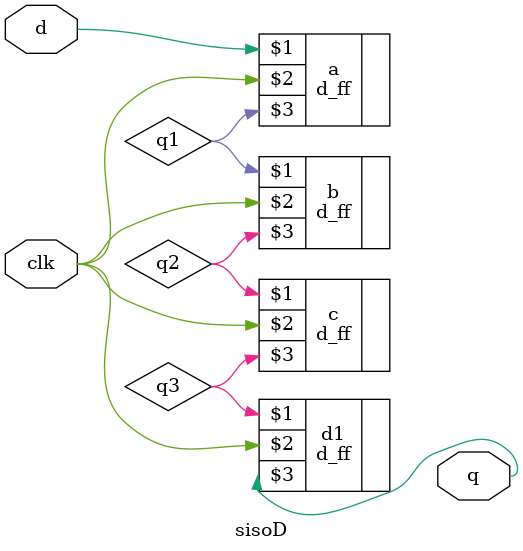
<source format=v>
`timescale 1ns / 1ps

module sisoD(d, clk, q);
    input d,clk;
    output q;
    wire q1,q2,q3;
    d_ff a(d, clk, q1);
    d_ff b(q1, clk, q2);
    d_ff c(q2, clk, q3);
    d_ff d1(q3, clk, q);
endmodule


</source>
